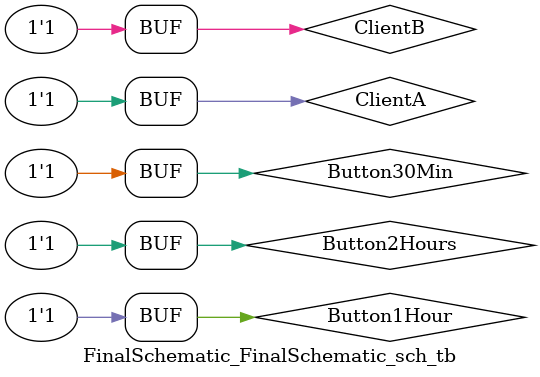
<source format=v>

`timescale 1ns / 1ps

module FinalSchematic_FinalSchematic_sch_tb();

// Inputs
   reg ClientA;
   reg Button2Hours;
   reg Button30Min;
   reg Button1Hour;
   reg ClientB;

// Output
   wire [44:0] StudentNumbers;
   wire [3:0] D;
   wire [4:0] ValueToPay;
   wire P_;
   wire [5:0] Excess5;

// Bidirs

// Instantiate the UUT
   FinalSchematic UUT (
		.ClientA(ClientA), 
		.Button2Hours(Button2Hours), 
		.Button30Min(Button30Min), 
		.Button1Hour(Button1Hour), 
		.ClientB(ClientB), 
		.StudentNumbers(StudentNumbers), 
		.D(D), 
		.ValueToPay(ValueToPay), 
		.P_(P_), 
		.Excess5(Excess5)
   );
// Initialize Inputs
   `ifdef auto_init
       initial begin
		ClientA = 0;
		Button2Hours = 0;
		Button30Min = 0;
		Button1Hour = 0;
		ClientB = 0;
   `endif
	
		initial begin
	
		// 1
		ClientA = 0;
		ClientB = 0;
		Button30Min = 0;
		Button1Hour = 0;
		Button2Hours = 0;

		// 2
		#10
		ClientA = 0;
		ClientB = 0;
		Button30Min = 0;
		Button1Hour = 0;
		Button2Hours = 1;
		
		// 3
		#10
		ClientA = 0;
		ClientB = 0;
		Button30Min = 0;
		Button1Hour = 1;
		Button2Hours = 0;
	
		// 4
		#10
		ClientA = 0;
		ClientB = 0;
		Button30Min = 0;
		Button1Hour = 1;
		Button2Hours = 1;
		
		// 5
		#10
		ClientA = 0;
		ClientB = 0;
		Button30Min = 1;
		Button1Hour = 0;
		Button2Hours = 0;
		
		// 6
		#10
		ClientA = 0;
		ClientB = 0;
		Button30Min = 1;
		Button1Hour = 0;
		Button2Hours = 1;
		
		// 7
		#10
		ClientA = 0;
		ClientB = 0;
		Button30Min = 1;
		Button1Hour = 1;
		Button2Hours = 0;
		
		// 8
		#10
		ClientA = 0;
		ClientB = 0;
		Button30Min = 1;
		Button1Hour = 1;
		Button2Hours = 1;
		
		// 9
		#10
		ClientA = 0;
		ClientB = 1;
		Button30Min = 0;
		Button1Hour = 0;
		Button2Hours = 0;
		
		// 10
		#10
		ClientA = 0;
		ClientB = 1;
		Button30Min = 0;
		Button1Hour = 0;
		Button2Hours = 1;
		
		// 11
		#10
		ClientA = 0;
		ClientB = 1;
		Button30Min = 0;
		Button1Hour = 1;
		Button2Hours = 0;
		
		// 12
		#10
		ClientA = 0;
		ClientB = 1;
		Button30Min = 0;
		Button1Hour = 1;
		Button2Hours = 1;
		
		// 13
		#10
		ClientA = 0;
		ClientB = 1;
		Button30Min = 1;
		Button1Hour = 0;
		Button2Hours = 0;
		
		// 14
		#10
		ClientA = 0;
		ClientB = 1;
		Button30Min = 1;
		Button1Hour = 0;
		Button2Hours = 1;
		
		// 15
		#10
		ClientA = 0;
		ClientB = 1;
		Button30Min = 1;
		Button1Hour = 1;
		Button2Hours = 0;
		
		// 16
		#10
		ClientA = 0;
		ClientB = 1;
		Button30Min = 1;
		Button1Hour = 1;
		Button2Hours = 1;
		
		// 17
		#10
		ClientA = 1;
		ClientB = 0;
		Button30Min = 0;
		Button1Hour = 0;
		Button2Hours = 0;
		
		// 18
		#10
		ClientA = 1;
		ClientB = 0;
		Button30Min = 0;
		Button1Hour = 0;
		Button2Hours = 1;
		
		// 19
		#10
		ClientA = 1;
		ClientB = 0;
		Button30Min = 0;
		Button1Hour = 1;
		Button2Hours = 0;
		
		// 20
		#10
		ClientA = 1;
		ClientB = 0;
		Button30Min = 0;
		Button1Hour = 1;
		Button2Hours = 1;
		
		// 21
		#10
		ClientA = 1;
		ClientB = 0;
		Button30Min = 1;
		Button1Hour = 0;
		Button2Hours = 0;
		
		// 22
		#10
		ClientA = 1;
		ClientB = 0;
		Button30Min = 1;
		Button1Hour = 0;
		Button2Hours = 1;
		
		// 23
		#10
		ClientA = 1;
		ClientB = 0;
		Button30Min = 1;
		Button1Hour = 1;
		Button2Hours = 0;
		
		// 24
		#10
		ClientA = 1;
		ClientB = 0;
		Button30Min = 1;
		Button1Hour = 1;
		Button2Hours = 1;
		
		// 25
		#10
		ClientA = 1;
		ClientB = 1;
		Button30Min = 0;
		Button1Hour = 0;
		Button2Hours = 0;
		
		// 26
		#10
		ClientA = 1;
		ClientB = 1;
		Button30Min = 0;
		Button1Hour = 0;
		Button2Hours = 1;
		
		// 27
		#10
		ClientA = 1;
		ClientB = 1;
		Button30Min = 0;
		Button1Hour = 1;
		Button2Hours = 0;
		
		// 28
		#10
		ClientA = 1;
		ClientB = 1;
		Button30Min = 0;
		Button1Hour = 1;
		Button2Hours = 1;
		
		// 29
		#10
		ClientA = 1;
		ClientB = 1;
		Button30Min = 1;
		Button1Hour = 0;
		Button2Hours = 0;
		
		// 30
		#10
		ClientA = 1;
		ClientB = 1;
		Button30Min = 1;
		Button1Hour = 0;
		Button2Hours = 1;
		
		// 31
		#10
		ClientA = 1;
		ClientB = 1;
		Button30Min = 1;
		Button1Hour = 1;
		Button2Hours = 0;
		
		// 32
		#10
		ClientA = 1;
		ClientB = 1;
		Button30Min = 1;
		Button1Hour = 1;
		Button2Hours = 1;
	
	end
	
endmodule

</source>
